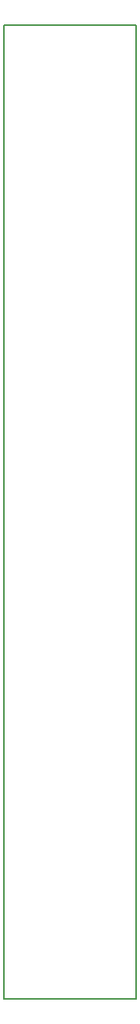
<source format=gbr>
%TF.GenerationSoftware,KiCad,Pcbnew,(6.0.1)*%
%TF.CreationDate,2022-12-13T16:24:09+02:00*%
%TF.ProjectId,BufferedMult3hp,42756666-6572-4656-944d-756c74336870,rev?*%
%TF.SameCoordinates,Original*%
%TF.FileFunction,Profile,NP*%
%FSLAX46Y46*%
G04 Gerber Fmt 4.6, Leading zero omitted, Abs format (unit mm)*
G04 Created by KiCad (PCBNEW (6.0.1)) date 2022-12-13 16:24:09*
%MOMM*%
%LPD*%
G01*
G04 APERTURE LIST*
%TA.AperFunction,Profile*%
%ADD10C,0.200000*%
%TD*%
G04 APERTURE END LIST*
D10*
X1000000Y-1000000D02*
X15240000Y-1000000D01*
X15240000Y-1000000D02*
X15240000Y-106080000D01*
X15240000Y-106080000D02*
X1000000Y-106080000D01*
X1000000Y-106080000D02*
X1000000Y-1000000D01*
M02*

</source>
